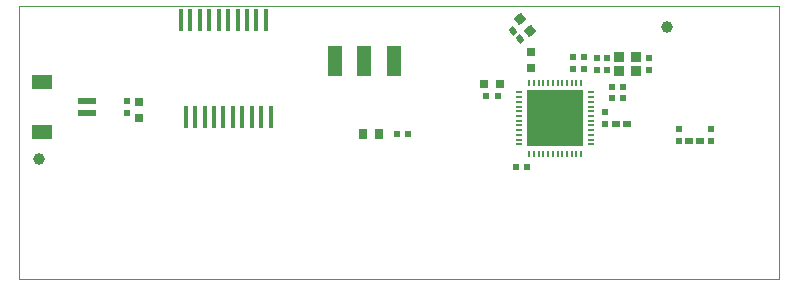
<source format=gtp>
G04*
G04 #@! TF.GenerationSoftware,Altium Limited,Altium Designer,19.0.15 (446)*
G04*
G04 Layer_Color=8421504*
%FSLAX24Y24*%
%MOIN*%
G70*
G01*
G75*
%ADD16C,0.0005*%
%ADD17R,0.0197X0.0236*%
%ADD18R,0.0300X0.0320*%
%ADD19R,0.0256X0.0197*%
%ADD20R,0.0236X0.0217*%
%ADD21O,0.0256X0.0079*%
%ADD22O,0.0079X0.0256*%
%ADD23R,0.1850X0.1850*%
%ADD24R,0.0157X0.0748*%
%ADD25R,0.0610X0.0236*%
%ADD26R,0.0709X0.0472*%
%ADD27R,0.0472X0.0984*%
%ADD28R,0.0315X0.0295*%
%ADD29C,0.0394*%
G04:AMPARAMS|DCode=30|XSize=31.5mil|YSize=29.5mil|CornerRadius=0mil|HoleSize=0mil|Usage=FLASHONLY|Rotation=40.000|XOffset=0mil|YOffset=0mil|HoleType=Round|Shape=Rectangle|*
%AMROTATEDRECTD30*
4,1,4,-0.0026,-0.0214,-0.0216,0.0012,0.0026,0.0214,0.0216,-0.0012,-0.0026,-0.0214,0.0*
%
%ADD30ROTATEDRECTD30*%

G04:AMPARAMS|DCode=31|XSize=19.7mil|YSize=25.6mil|CornerRadius=0mil|HoleSize=0mil|Usage=FLASHONLY|Rotation=40.000|XOffset=0mil|YOffset=0mil|HoleType=Round|Shape=Rectangle|*
%AMROTATEDRECTD31*
4,1,4,0.0007,-0.0161,-0.0158,0.0035,-0.0007,0.0161,0.0158,-0.0035,0.0007,-0.0161,0.0*
%
%ADD31ROTATEDRECTD31*%

%ADD32R,0.0236X0.0197*%
%ADD33R,0.0374X0.0335*%
%ADD34R,0.0295X0.0315*%
D16*
X25315Y0D02*
Y9094D01*
X0Y0D02*
Y9094D01*
X25315D01*
X0Y0D02*
X25315D01*
D17*
X23079Y5006D02*
D03*
Y4612D02*
D03*
X21981Y4609D02*
D03*
Y5002D02*
D03*
X3609Y5543D02*
D03*
Y5936D02*
D03*
X18449Y7406D02*
D03*
Y7012D02*
D03*
X18829Y7406D02*
D03*
Y7012D02*
D03*
X20989Y7366D02*
D03*
Y6973D02*
D03*
X19249Y6973D02*
D03*
Y7366D02*
D03*
X19589Y6973D02*
D03*
Y7366D02*
D03*
X19519Y5556D02*
D03*
Y5163D02*
D03*
D18*
X11455Y4820D02*
D03*
X12005D02*
D03*
D19*
X22709Y4612D02*
D03*
X22335D02*
D03*
X20266Y5160D02*
D03*
X19892D02*
D03*
D20*
X12583Y4820D02*
D03*
X12977D02*
D03*
D21*
X16678Y6226D02*
D03*
Y6068D02*
D03*
Y5911D02*
D03*
Y5753D02*
D03*
Y5596D02*
D03*
Y5438D02*
D03*
Y5281D02*
D03*
Y5123D02*
D03*
Y4966D02*
D03*
Y4808D02*
D03*
Y4651D02*
D03*
Y4493D02*
D03*
X19060D02*
D03*
Y4651D02*
D03*
Y4808D02*
D03*
Y4966D02*
D03*
Y5123D02*
D03*
Y5281D02*
D03*
Y5438D02*
D03*
Y5596D02*
D03*
Y5753D02*
D03*
Y5911D02*
D03*
Y6068D02*
D03*
Y6226D02*
D03*
D22*
X17003Y4169D02*
D03*
X17160D02*
D03*
X17318D02*
D03*
X17475D02*
D03*
X17633D02*
D03*
X17790D02*
D03*
X17948D02*
D03*
X18105D02*
D03*
X18263D02*
D03*
X18420D02*
D03*
X18578D02*
D03*
X18735D02*
D03*
Y6551D02*
D03*
X18578D02*
D03*
X18420D02*
D03*
X18263D02*
D03*
X18105D02*
D03*
X17948D02*
D03*
X17790D02*
D03*
X17633D02*
D03*
X17475D02*
D03*
X17318D02*
D03*
X17160D02*
D03*
X17003D02*
D03*
D23*
X17869Y5360D02*
D03*
D24*
X5551Y5402D02*
D03*
X5866D02*
D03*
X5393Y8630D02*
D03*
X5708D02*
D03*
X6023D02*
D03*
X6181Y5402D02*
D03*
X6338Y8630D02*
D03*
X6496Y5402D02*
D03*
X7126D02*
D03*
X6968Y8630D02*
D03*
X7441Y5402D02*
D03*
X7283Y8630D02*
D03*
X7756Y5402D02*
D03*
X7598Y8630D02*
D03*
X8071Y5402D02*
D03*
X7913Y8630D02*
D03*
X8386Y5402D02*
D03*
X8228Y8630D02*
D03*
X6811Y5402D02*
D03*
X6653Y8630D02*
D03*
D25*
X2279Y5936D02*
D03*
Y5543D02*
D03*
D26*
X753Y6566D02*
D03*
Y4913D02*
D03*
D27*
X11501Y7277D02*
D03*
X12486D02*
D03*
X10517D02*
D03*
D28*
X3993Y5897D02*
D03*
Y5365D02*
D03*
X17049Y7577D02*
D03*
Y7046D02*
D03*
D29*
X670Y4010D02*
D03*
X21610Y8400D02*
D03*
D30*
X17030Y8268D02*
D03*
X16688Y8675D02*
D03*
D31*
X16709Y7988D02*
D03*
X16469Y8275D02*
D03*
D32*
X15966Y6100D02*
D03*
X15572D02*
D03*
X16946Y3750D02*
D03*
X16552D02*
D03*
X19752Y6390D02*
D03*
X20146D02*
D03*
X20146Y6040D02*
D03*
X19752D02*
D03*
D33*
X20003Y6943D02*
D03*
Y7396D02*
D03*
X20574D02*
D03*
Y6943D02*
D03*
D34*
X15503Y6510D02*
D03*
X16035D02*
D03*
M02*

</source>
